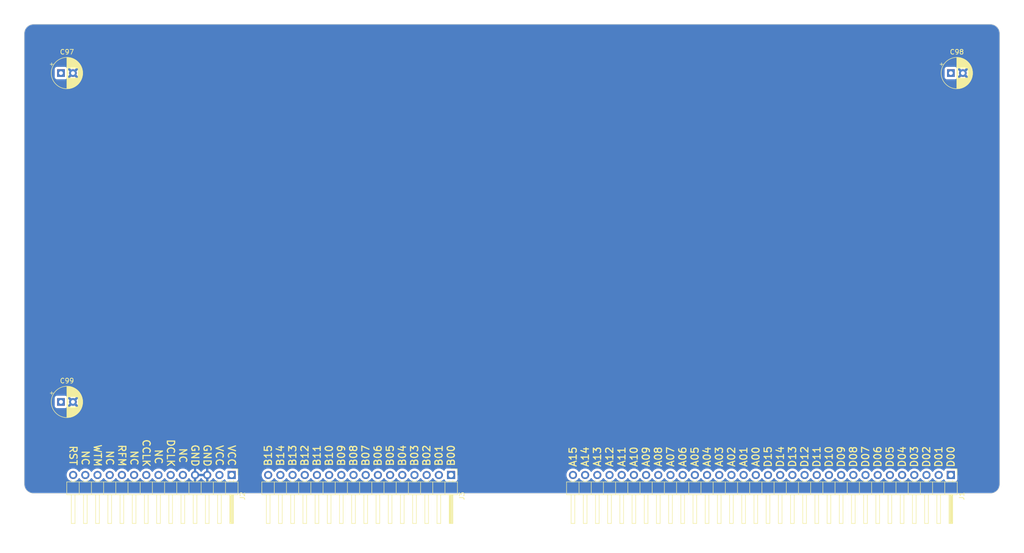
<source format=kicad_pcb>
(kicad_pcb (version 20221018) (generator pcbnew)
  (layers (0 "F.Cu" signal) (31 "B.Cu" signal) (34 "B.Paste" user) (35 "F.Paste" user) (36 "B.SilkS" user "B.Silkscreen") (37 "F.SilkS" user "F.Silkscreen") (38 "B.Mask" user) (39 "F.Mask" user) (44 "Edge.Cuts" user))
  (net 0 "")
  (net 1 "VCC")
  (net 2 "GND")
  (net 3 "/DATA_BUS_00")
  (net 4 "/DATA_BUS_01")
  (net 5 "/DATA_BUS_02")
  (net 6 "/DATA_BUS_03")
  (net 7 "/DATA_BUS_04")
  (net 8 "/DATA_BUS_05")
  (net 9 "/DATA_BUS_06")
  (net 10 "/DATA_BUS_07")
  (net 11 "/DATA_BUS_08")
  (net 12 "/DATA_BUS_09")
  (net 13 "/DATA_BUS_10")
  (net 14 "/DATA_BUS_11")
  (net 15 "/DATA_BUS_12")
  (net 16 "/DATA_BUS_13")
  (net 17 "/DATA_BUS_14")
  (net 18 "/DATA_BUS_15")
  (net 19 "/ADDR_BUS_00")
  (net 20 "/ADDR_BUS_01")
  (net 21 "/ADDR_BUS_02")
  (net 22 "/ADDR_BUS_03")
  (net 23 "/ADDR_BUS_04")
  (net 24 "/ADDR_BUS_05")
  (net 25 "/ADDR_BUS_06")
  (net 26 "/ADDR_BUS_07")
  (net 27 "/ADDR_BUS_08")
  (net 28 "/ADDR_BUS_09")
  (net 29 "/ADDR_BUS_10")
  (net 30 "/ADDR_BUS_11")
  (net 31 "/ADDR_BUS_12")
  (net 32 "/ADDR_BUS_13")
  (net 33 "/ADDR_BUS_14")
  (net 34 "/ADDR_BUS_15")
  (net 45 "/BANK_BUS_00")
  (net 46 "/BANK_BUS_01")
  (net 47 "/BANK_BUS_02")
  (net 48 "/BANK_BUS_03")
  (net 49 "/BANK_BUS_04")
  (net 50 "/BANK_BUS_05")
  (net 51 "/BANK_BUS_06")
  (net 52 "/BANK_BUS_07")
  (net 53 "/BANK_BUS_08")
  (net 54 "/BANK_BUS_09")
  (net 55 "/BANK_BUS_10")
  (net 56 "/BANK_BUS_11")
  (net 57 "/BANK_BUS_12")
  (net 58 "/BANK_BUS_13")
  (net 59 "/BANK_BUS_14")
  (net 60 "/BANK_BUS_15")
  (footprint "sixteen-bit-computer:peripheral-backplane-membank" (layer "F.Cu") (at 139.7 144.78 -90)
    (fp_text reference "J3" (at 4.385 -2.27 90) (layer "F.SilkS"))
    (fp_text value "peripheral_membank_connector")
    (fp_text user "B09" (at -4.064 22.86 90) (layer "F.SilkS") (effects (font (size 1.5 1.5) (thickness 0.25))))
    (fp_text user "B00" (at -4.064 0 90) (layer "F.SilkS") (effects (font (size 1.5 1.5) (thickness 0.25))))
    (fp_text user "B13" (at -4.064 33.02 90) (layer "F.SilkS") (effects (font (size 1.5 1.5) (thickness 0.25))))
    (fp_text user "B01" (at -4.064 2.54 90) (layer "F.SilkS") (effects (font (size 1.5 1.5) (thickness 0.25))))
    (fp_text user "B11" (at -4.064 27.94 90) (layer "F.SilkS") (effects (font (size 1.5 1.5) (thickness 0.25))))
    (fp_text user "B08" (at -4.064 20.32 90) (layer "F.SilkS") (effects (font (size 1.5 1.5) (thickness 0.25))))
    (fp_text user "B07" (at -4.064 17.78 90) (layer "F.SilkS") (effects (font (size 1.5 1.5) (thickness 0.25))))
    (fp_text user "B15" (at -4.064 38.1 90) (layer "F.SilkS") (effects (font (size 1.5 1.5) (thickness 0.25))))
    (fp_text user "B02" (at -4.064 5.08 90) (layer "F.SilkS") (effects (font (size 1.5 1.5) (thickness 0.25))))
    (fp_text user "B04" (at -4.064 10.16 90) (layer "F.SilkS") (effects (font (size 1.5 1.5) (thickness 0.25))))
    (fp_text user "B03" (at -4.064 7.62 90) (layer "F.SilkS") (effects (font (size 1.5 1.5) (thickness 0.25))))
    (fp_text user "B10" (at -4.064 25.4 90) (layer "F.SilkS") (effects (font (size 1.5 1.5) (thickness 0.25))))
    (fp_text user "B12" (at -4.064 30.48 90) (layer "F.SilkS") (effects (font (size 1.5 1.5) (thickness 0.25))))
    (fp_text user "B14" (at -4.064 35.56 90) (layer "F.SilkS") (effects (font (size 1.5 1.5) (thickness 0.25))))
    (fp_text user "B06" (at -4.064 15.24 90) (layer "F.SilkS") (effects (font (size 1.5 1.5) (thickness 0.25))))
    (fp_text user "B05" (at -4.064 12.7 90) (layer "F.SilkS") (effects (font (size 1.5 1.5) (thickness 0.25))))
    (pad "1" thru_hole rect (at 0 0 270) (size 1.7 1.7) (drill 1) (layers "*.Cu" "*.Mask") (net 45 "/BANK_BUS_00"))
    (pad "2" thru_hole oval (at 0 2.54 270) (size 1.7 1.7) (drill 1) (layers "*.Cu" "*.Mask") (net 46 "/BANK_BUS_01"))
    (pad "3" thru_hole oval (at 0 5.08 270) (size 1.7 1.7) (drill 1) (layers "*.Cu" "*.Mask") (net 47 "/BANK_BUS_02"))
    (pad "4" thru_hole oval (at 0 7.62 270) (size 1.7 1.7) (drill 1) (layers "*.Cu" "*.Mask") (net 48 "/BANK_BUS_03"))
    (pad "5" thru_hole oval (at 0 10.16 270) (size 1.7 1.7) (drill 1) (layers "*.Cu" "*.Mask") (net 49 "/BANK_BUS_04"))
    (pad "6" thru_hole oval (at 0 12.7 270) (size 1.7 1.7) (drill 1) (layers "*.Cu" "*.Mask") (net 50 "/BANK_BUS_05"))
    (pad "7" thru_hole oval (at 0 15.24 270) (size 1.7 1.7) (drill 1) (layers "*.Cu" "*.Mask") (net 51 "/BANK_BUS_06"))
    (pad "8" thru_hole oval (at 0 17.78 270) (size 1.7 1.7) (drill 1) (layers "*.Cu" "*.Mask") (net 52 "/BANK_BUS_07"))
    (pad "9" thru_hole oval (at 0 20.32 270) (size 1.7 1.7) (drill 1) (layers "*.Cu" "*.Mask") (net 53 "/BANK_BUS_08"))
    (pad "10" thru_hole oval (at 0 22.86 270) (size 1.7 1.7) (drill 1) (layers "*.Cu" "*.Mask") (net 54 "/BANK_BUS_09"))
    (pad "11" thru_hole oval (at 0 25.4 270) (size 1.7 1.7) (drill 1) (layers "*.Cu" "*.Mask") (net 55 "/BANK_BUS_10"))
    (pad "12" thru_hole oval (at 0 27.94 270) (size 1.7 1.7) (drill 1) (layers "*.Cu" "*.Mask") (net 56 "/BANK_BUS_11"))
    (pad "13" thru_hole oval (at 0 30.48 270) (size 1.7 1.7) (drill 1) (layers "*.Cu" "*.Mask") (net 57 "/BANK_BUS_12"))
    (pad "14" thru_hole oval (at 0 33.02 270) (size 1.7 1.7) (drill 1) (layers "*.Cu" "*.Mask") (net 58 "/BANK_BUS_13"))
    (pad "15" thru_hole oval (at 0 35.56 270) (size 1.7 1.7) (drill 1) (layers "*.Cu" "*.Mask") (net 59 "/BANK_BUS_14"))
    (pad "16" thru_hole oval (at 0 38.1 270) (size 1.7 1.7) (drill 1) (layers "*.Cu" "*.Mask") (net 60 "/BANK_BUS_15"))
  )
  (footprint "Capacitor_THT:CP_Radial_D6.3mm_P2.50mm" (layer "F.Cu") (at 58.42 60.96)
    (fp_text reference "C97" (at 1.25 -4.4) (layer "F.SilkS"))
    (fp_text value "C_Polarized")
    (pad "1" thru_hole rect (at 0 0) (size 1.6 1.6) (drill 0.8) (layers "*.Cu" "*.Mask") (net 1 "VCC"))
    (pad "2" thru_hole circle (at 2.5 0) (size 1.6 1.6) (drill 0.8) (layers "*.Cu" "*.Mask") (net 2 "GND"))
  )
  (footprint "sixteen-bit-computer:peripheral-backplane-aux" (layer "F.Cu") (at 93.98 144.78 -90)
    (fp_text reference "J2" (at 4.385 -2.27 90) (layer "F.SilkS"))
    (fp_text value "peripheral_aux_connector")
    (fp_text user "GND" (at -4.064 5.08 -90 unlocked) (layer "F.SilkS") (effects (font (size 1.5 1.5) (thickness 0.25))))
    (fp_text user "RFM" (at -4.064 22.86 -90 unlocked) (layer "F.SilkS") (effects (font (size 1.5 1.5) (thickness 0.25))))
    (fp_text user "NC" (at -3.556 30.48 -90 unlocked) (layer "F.SilkS") (effects (font (size 1.5 1.5) (thickness 0.25))))
    (fp_text user "RST" (at -4.064 33.02 -90 unlocked) (layer "F.SilkS") (effects (font (size 1.5 1.5) (thickness 0.25))))
    (fp_text user "VCC" (at -4.064 0 -90 unlocked) (layer "F.SilkS") (effects (font (size 1.5 1.5) (thickness 0.25))))
    (fp_text user "DCLK" (at -4.572 12.7 -90 unlocked) (layer "F.SilkS") (effects (font (size 1.5 1.5) (thickness 0.25))))
    (fp_text user "VCC" (at -4.064 2.54 -90 unlocked) (layer "F.SilkS") (effects (font (size 1.5 1.5) (thickness 0.25))))
    (fp_text user "NC" (at -4.064 10.16 -90 unlocked) (layer "F.SilkS") (effects (font (size 1.5 1.5) (thickness 0.25))))
    (fp_text user "NC" (at -3.556 25.4 -90 unlocked) (layer "F.SilkS") (effects (font (size 1.5 1.5) (thickness 0.25))))
    (fp_text user "GND" (at -4.064 7.62 -90 unlocked) (layer "F.SilkS") (effects (font (size 1.5 1.5) (thickness 0.25))))
    (fp_text user "CCLK" (at -4.572 17.78 -90 unlocked) (layer "F.SilkS") (effects (font (size 1.5 1.5) (thickness 0.25))))
    (fp_text user "WTM" (at -4.064 27.94 -90 unlocked) (layer "F.SilkS") (effects (font (size 1.5 1.5) (thickness 0.25))))
    (fp_text user "NC" (at -3.81 15.24 -90 unlocked) (layer "F.SilkS") (effects (font (size 1.5 1.5) (thickness 0.25))))
    (fp_text user "NC" (at -3.556 20.32 -90 unlocked) (layer "F.SilkS") (effects (font (size 1.5 1.5) (thickness 0.25))))
    (pad "1" thru_hole rect (at 0 0 270) (size 1.7 1.7) (drill 1) (layers "*.Cu" "*.Mask") (net 1 "VCC"))
    (pad "2" thru_hole oval (at 0 2.54 270) (size 1.7 1.7) (drill 1) (layers "*.Cu" "*.Mask") (net 1 "VCC"))
    (pad "3" thru_hole oval (at 0 5.08 270) (size 1.7 1.7) (drill 1) (layers "*.Cu" "*.Mask") (net 2 "GND"))
    (pad "4" thru_hole oval (at 0 7.62 270) (size 1.7 1.7) (drill 1) (layers "*.Cu" "*.Mask") (net 2 "GND"))
    (pad "5" thru_hole oval (at 0 10.16 270) (size 1.7 1.7) (drill 1) (layers "*.Cu" "*.Mask"))
    (pad "6" thru_hole oval (at 0 12.7 270) (size 1.7 1.7) (drill 1) (layers "*.Cu" "*.Mask"))
    (pad "7" thru_hole oval (at 0 15.24 270) (size 1.7 1.7) (drill 1) (layers "*.Cu" "*.Mask"))
    (pad "8" thru_hole oval (at 0 17.78 270) (size 1.7 1.7) (drill 1) (layers "*.Cu" "*.Mask"))
    (pad "9" thru_hole oval (at 0 20.32 270) (size 1.7 1.7) (drill 1) (layers "*.Cu" "*.Mask"))
    (pad "10" thru_hole oval (at 0 22.86 270) (size 1.7 1.7) (drill 1) (layers "*.Cu" "*.Mask"))
    (pad "11" thru_hole oval (at 0 25.4 270) (size 1.7 1.7) (drill 1) (layers "*.Cu" "*.Mask"))
    (pad "12" thru_hole oval (at 0 27.94 270) (size 1.7 1.7) (drill 1) (layers "*.Cu" "*.Mask"))
    (pad "13" thru_hole oval (at 0 30.48 270) (size 1.7 1.7) (drill 1) (layers "*.Cu" "*.Mask"))
    (pad "14" thru_hole oval (at 0 33.02 270) (size 1.7 1.7) (drill 1) (layers "*.Cu" "*.Mask"))
  )
  (footprint "Capacitor_THT:CP_Radial_D6.3mm_P2.50mm" (layer "F.Cu") (at 58.42 129.54)
    (fp_text reference "C99" (at 1.25 -4.4) (layer "F.SilkS"))
    (fp_text value "C_Polarized")
    (pad "1" thru_hole rect (at 0 0) (size 1.6 1.6) (drill 0.8) (layers "*.Cu" "*.Mask") (net 1 "VCC"))
    (pad "2" thru_hole circle (at 2.5 0) (size 1.6 1.6) (drill 0.8) (layers "*.Cu" "*.Mask") (net 2 "GND"))
  )
  (footprint "Capacitor_THT:CP_Radial_D6.3mm_P2.50mm" (layer "F.Cu") (at 243.84 60.96)
    (fp_text reference "C98" (at 1.25 -4.4) (layer "F.SilkS"))
    (fp_text value "C_Polarized")
    (pad "1" thru_hole rect (at 0 0) (size 1.6 1.6) (drill 0.8) (layers "*.Cu" "*.Mask") (net 1 "VCC"))
    (pad "2" thru_hole circle (at 2.5 0) (size 1.6 1.6) (drill 0.8) (layers "*.Cu" "*.Mask") (net 2 "GND"))
  )
  (footprint "sixteen-bit-computer:peripheral-backplane-data-addr-anno" (layer "F.Cu") (at 243.84 144.78 -90)
    (fp_text reference "J1" (at 4.385 -2.27 90) (layer "F.SilkS"))
    (fp_text value "peripheral_addr_bus_connector")
    (fp_text user "A01" (at -3.81 43.18 90) (layer "F.SilkS") (effects (font (size 1.5 1.5) (thickness 0.25))))
    (fp_text user "D13" (at -3.81 33.02 90) (layer "F.SilkS") (effects (font (size 1.5 1.5) (thickness 0.25))))
    (fp_text user "A03" (at -3.81 48.26 90) (layer "F.SilkS") (effects (font (size 1.5 1.5) (thickness 0.25))))
    (fp_text user "D04" (at -3.81 10.16 90) (layer "F.SilkS") (effects (font (size 1.5 1.5) (thickness 0.25))))
    (fp_text user "A05" (at -3.81 53.34 90) (layer "F.SilkS") (effects (font (size 1.5 1.5) (thickness 0.25))))
    (fp_text user "A10" (at -3.81 66.04 90) (layer "F.SilkS") (effects (font (size 1.5 1.5) (thickness 0.25))))
    (fp_text user "A06" (at -3.81 55.88 90) (layer "F.SilkS") (effects (font (size 1.5 1.5) (thickness 0.25))))
    (fp_text user "A00" (at -3.81 40.64 90) (layer "F.SilkS") (effects (font (size 1.5 1.5) (thickness 0.25))))
    (fp_text user "D12" (at -3.81 30.48 90) (layer "F.SilkS") (effects (font (size 1.5 1.5) (thickness 0.25))))
    (fp_text user "D08" (at -3.81 20.32 90) (layer "F.SilkS") (effects (font (size 1.5 1.5) (thickness 0.25))))
    (fp_text user "D05" (at -3.81 12.7 90) (layer "F.SilkS") (effects (font (size 1.5 1.5) (thickness 0.25))))
    (fp_text user "D09" (at -3.81 22.86 90) (layer "F.SilkS") (effects (font (size 1.5 1.5) (thickness 0.25))))
    (fp_text user "D14" (at -3.81 35.56 90) (layer "F.SilkS") (effects (font (size 1.5 1.5) (thickness 0.25))))
    (fp_text user "D07" (at -3.81 17.78 90) (layer "F.SilkS") (effects (font (size 1.5 1.5) (thickness 0.25))))
    (fp_text user "D00" (at -3.81 0 90) (layer "F.SilkS") (effects (font (size 1.5 1.5) (thickness 0.25))))
    (fp_text user "D15" (at -3.81 38.1 90) (layer "F.SilkS") (effects (font (size 1.5 1.5) (thickness 0.25))))
    (fp_text user "A14" (at -3.81 76.2 90) (layer "F.SilkS") (effects (font (size 1.5 1.5) (thickness 0.25))))
    (fp_text user "A13" (at -3.81 73.66 90) (layer "F.SilkS") (effects (font (size 1.5 1.5) (thickness 0.25))))
    (fp_text user "D06" (at -3.81 15.24 90) (layer "F.SilkS") (effects (font (size 1.5 1.5) (thickness 0.25))))
    (fp_text user "A02" (at -3.81 45.72 90) (layer "F.SilkS") (effects (font (size 1.5 1.5) (thickness 0.25))))
    (fp_text user "D11" (at -3.81 27.94 90) (layer "F.SilkS") (effects (font (size 1.5 1.5) (thickness 0.25))))
    (fp_text user "A09" (at -3.81 63.5 90) (layer "F.SilkS") (effects (font (size 1.5 1.5) (thickness 0.25))))
    (fp_text user "A08" (at -3.81 60.96 90) (layer "F.SilkS") (effects (font (size 1.5 1.5) (thickness 0.25))))
    (fp_text user "A11" (at -3.81 68.58 90) (layer "F.SilkS") (effects (font (size 1.5 1.5) (thickness 0.25))))
    (fp_text user "A12" (at -3.81 71.12 90) (layer "F.SilkS") (effects (font (size 1.5 1.5) (thickness 0.25))))
    (fp_text user "D03" (at -3.81 7.62 90) (layer "F.SilkS") (effects (font (size 1.5 1.5) (thickness 0.25))))
    (fp_text user "A15" (at -3.81 78.74 90) (layer "F.SilkS") (effects (font (size 1.5 1.5) (thickness 0.25))))
    (fp_text user "D10" (at -3.81 25.4 90) (layer "F.SilkS") (effects (font (size 1.5 1.5) (thickness 0.25))))
    (fp_text user "A07" (at -3.81 58.42 90) (layer "F.SilkS") (effects (font (size 1.5 1.5) (thickness 0.25))))
    (fp_text user "D01" (at -3.81 2.54 90) (layer "F.SilkS") (effects (font (size 1.5 1.5) (thickness 0.25))))
    (fp_text user "A04" (at -3.81 50.8 90) (layer "F.SilkS") (effects (font (size 1.5 1.5) (thickness 0.25))))
    (fp_text user "D02" (at -3.81 5.08 90) (layer "F.SilkS") (effects (font (size 1.5 1.5) (thickness 0.25))))
    (pad "1" thru_hole rect (at 0 0 270) (size 1.7 1.7) (drill 1) (layers "*.Cu" "*.Mask") (net 3 "/DATA_BUS_00"))
    (pad "2" thru_hole oval (at 0 2.54 270) (size 1.7 1.7) (drill 1) (layers "*.Cu" "*.Mask") (net 4 "/DATA_BUS_01"))
    (pad "3" thru_hole oval (at 0 5.08 270) (size 1.7 1.7) (drill 1) (layers "*.Cu" "*.Mask") (net 5 "/DATA_BUS_02"))
    (pad "4" thru_hole oval (at 0 7.62 270) (size 1.7 1.7) (drill 1) (layers "*.Cu" "*.Mask") (net 6 "/DATA_BUS_03"))
    (pad "5" thru_hole oval (at 0 10.16 270) (size 1.7 1.7) (drill 1) (layers "*.Cu" "*.Mask") (net 7 "/DATA_BUS_04"))
    (pad "6" thru_hole oval (at 0 12.7 270) (size 1.7 1.7) (drill 1) (layers "*.Cu" "*.Mask") (net 8 "/DATA_BUS_05"))
    (pad "7" thru_hole oval (at 0 15.24 270) (size 1.7 1.7) (drill 1) (layers "*.Cu" "*.Mask") (net 9 "/DATA_BUS_06"))
    (pad "8" thru_hole oval (at 0 17.78 270) (size 1.7 1.7) (drill 1) (layers "*.Cu" "*.Mask") (net 10 "/DATA_BUS_07"))
    (pad "9" thru_hole oval (at 0 20.32 270) (size 1.7 1.7) (drill 1) (layers "*.Cu" "*.Mask") (net 11 "/DATA_BUS_08"))
    (pad "10" thru_hole oval (at 0 22.86 270) (size 1.7 1.7) (drill 1) (layers "*.Cu" "*.Mask") (net 12 "/DATA_BUS_09"))
    (pad "11" thru_hole oval (at 0 25.4 270) (size 1.7 1.7) (drill 1) (layers "*.Cu" "*.Mask") (net 13 "/DATA_BUS_10"))
    (pad "12" thru_hole oval (at 0 27.94 270) (size 1.7 1.7) (drill 1) (layers "*.Cu" "*.Mask") (net 14 "/DATA_BUS_11"))
    (pad "13" thru_hole oval (at 0 30.48 270) (size 1.7 1.7) (drill 1) (layers "*.Cu" "*.Mask") (net 15 "/DATA_BUS_12"))
    (pad "14" thru_hole oval (at 0 33.02 270) (size 1.7 1.7) (drill 1) (layers "*.Cu" "*.Mask") (net 16 "/DATA_BUS_13"))
    (pad "15" thru_hole oval (at 0 35.56 270) (size 1.7 1.7) (drill 1) (layers "*.Cu" "*.Mask") (net 17 "/DATA_BUS_14"))
    (pad "16" thru_hole oval (at 0 38.1 270) (size 1.7 1.7) (drill 1) (layers "*.Cu" "*.Mask") (net 18 "/DATA_BUS_15"))
    (pad "17" thru_hole oval (at 0 40.64 270) (size 1.7 1.7) (drill 1) (layers "*.Cu" "*.Mask") (net 19 "/ADDR_BUS_00"))
    (pad "18" thru_hole oval (at 0 43.18 270) (size 1.7 1.7) (drill 1) (layers "*.Cu" "*.Mask") (net 20 "/ADDR_BUS_01"))
    (pad "19" thru_hole oval (at 0 45.72 270) (size 1.7 1.7) (drill 1) (layers "*.Cu" "*.Mask") (net 21 "/ADDR_BUS_02"))
    (pad "20" thru_hole oval (at 0 48.26 270) (size 1.7 1.7) (drill 1) (layers "*.Cu" "*.Mask") (net 22 "/ADDR_BUS_03"))
    (pad "21" thru_hole oval (at 0 50.8 270) (size 1.7 1.7) (drill 1) (layers "*.Cu" "*.Mask") (net 23 "/ADDR_BUS_04"))
    (pad "22" thru_hole oval (at 0 53.34 270) (size 1.7 1.7) (drill 1) (layers "*.Cu" "*.Mask") (net 24 "/ADDR_BUS_05"))
    (pad "23" thru_hole oval (at 0 55.88 270) (size 1.7 1.7) (drill 1) (layers "*.Cu" "*.Mask") (net 25 "/ADDR_BUS_06"))
    (pad "24" thru_hole oval (at 0 58.42 270) (size 1.7 1.7) (drill 1) (layers "*.Cu" "*.Mask") (net 26 "/ADDR_BUS_07"))
    (pad "25" thru_hole oval (at 0 60.96 270) (size 1.7 1.7) (drill 1) (layers "*.Cu" "*.Mask") (net 27 "/ADDR_BUS_08"))
    (pad "26" thru_hole oval (at 0 63.5 270) (size 1.7 1.7) (drill 1) (layers "*.Cu" "*.Mask") (net 28 "/ADDR_BUS_09"))
    (pad "27" thru_hole oval (at 0 66.04 270) (size 1.7 1.7) (drill 1) (layers "*.Cu" "*.Mask") (net 29 "/ADDR_BUS_10"))
    (pad "28" thru_hole oval (at 0 68.58 270) (size 1.7 1.7) (drill 1) (layers "*.Cu" "*.Mask") (net 30 "/ADDR_BUS_11"))
    (pad "29" thru_hole oval (at 0 71.12 270) (size 1.7 1.7) (drill 1) (layers "*.Cu" "*.Mask") (net 31 "/ADDR_BUS_12"))
    (pad "30" thru_hole oval (at 0 73.66 270) (size 1.7 1.7) (drill 1) (layers "*.Cu" "*.Mask") (net 32 "/ADDR_BUS_13"))
    (pad "31" thru_hole oval (at 0 76.2 270) (size 1.7 1.7) (drill 1) (layers "*.Cu" "*.Mask") (net 33 "/ADDR_BUS_14"))
    (pad "32" thru_hole oval (at 0 78.74 270) (size 1.7 1.7) (drill 1) (layers "*.Cu" "*.Mask") (net 34 "/ADDR_BUS_15"))
  )
  (gr_line (start 254 52.705) (end 254 146.685) (stroke (width 0.1)) (layer "Edge.Cuts"))
  (gr_arc (start 254 146.685) (mid 253.442038 148.032038) (end 252.095 148.59) (stroke (width 0.1)) (layer "Edge.Cuts"))
  (gr_arc (start 52.705 148.59) (mid 51.357962 148.032038) (end 50.8 146.685) (stroke (width 0.1)) (layer "Edge.Cuts"))
  (gr_line (start 50.8 146.685) (end 50.8 52.705) (stroke (width 0.1)) (layer "Edge.Cuts"))
  (gr_arc (start 50.8 52.705) (mid 51.357962 51.357962) (end 52.705 50.8) (stroke (width 0.1)) (layer "Edge.Cuts"))
  (gr_line (start 252.095 148.59) (end 52.705 148.59) (stroke (width 0.1)) (layer "Edge.Cuts"))
  (gr_arc (start 252.095 50.8) (mid 253.442038 51.357962) (end 254 52.705) (stroke (width 0.1)) (layer "Edge.Cuts"))
  (gr_line (start 52.705 50.8) (end 252.095 50.8) (stroke (width 0.1)) (layer "Edge.Cuts"))
  (zone (net 2) (net_name "GND") (layer "B.Cu") (connect_pads (clearance 0.5)) (min_thickness 0.25) (fill yes (thermal_gap 0.5) (thermal_bridge_width 0.5))
    (polygon (pts (xy 45.72 45.72) (xy 259.08 45.72) (xy 259.08 152.4) (xy 45.72 152.4)))
  )
)
</source>
